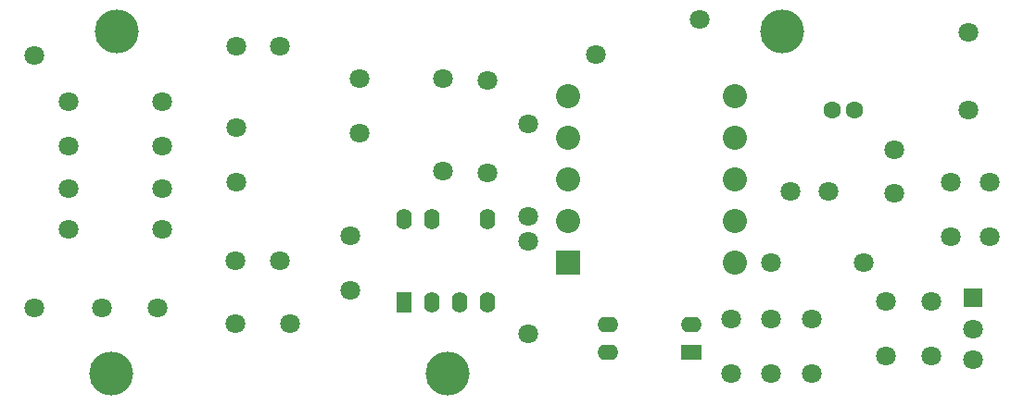
<source format=gbs>
G04 Layer_Color=16711935*
%FSLAX25Y25*%
%MOIN*%
G70*
G01*
G75*
%ADD29R,0.05524X0.07493*%
%ADD30O,0.05524X0.07493*%
%ADD31O,0.07493X0.05524*%
%ADD32R,0.07493X0.05524*%
%ADD33C,0.06312*%
%ADD34C,0.07099*%
%ADD35C,0.08674*%
%ADD36R,0.08674X0.08674*%
%ADD37C,0.15761*%
%ADD38R,0.07099X0.07099*%
D29*
X151768Y36894D02*
D03*
D30*
X161768D02*
D03*
X171768D02*
D03*
X181768D02*
D03*
X151768Y66894D02*
D03*
X161768D02*
D03*
X181768D02*
D03*
D31*
X225118Y28898D02*
D03*
Y18898D02*
D03*
X255118Y28898D02*
D03*
D32*
Y18898D02*
D03*
D33*
X305894Y106394D02*
D03*
X313768D02*
D03*
D34*
X290768Y76894D02*
D03*
X304547D02*
D03*
X91339Y100000D02*
D03*
Y80315D02*
D03*
X135768Y117579D02*
D03*
Y97894D02*
D03*
X132382Y41240D02*
D03*
Y60925D02*
D03*
X325197Y37402D02*
D03*
Y17717D02*
D03*
X341339Y37402D02*
D03*
Y17717D02*
D03*
X106988Y51968D02*
D03*
X91240D02*
D03*
X107087Y129528D02*
D03*
X91339D02*
D03*
X62953Y34894D02*
D03*
X43268D02*
D03*
X64665Y78051D02*
D03*
X31201D02*
D03*
Y63386D02*
D03*
X64665D02*
D03*
Y93405D02*
D03*
X31201D02*
D03*
Y109350D02*
D03*
X64665D02*
D03*
X181768Y117205D02*
D03*
Y83740D02*
D03*
X317232Y51394D02*
D03*
X283768D02*
D03*
X165748Y84252D02*
D03*
Y117717D02*
D03*
X328268Y92142D02*
D03*
Y76394D02*
D03*
X18768Y34894D02*
D03*
Y125894D02*
D03*
X354724Y106299D02*
D03*
Y134252D02*
D03*
X356299Y16535D02*
D03*
Y27559D02*
D03*
X220866Y126378D02*
D03*
X258268Y138976D02*
D03*
X110925Y29429D02*
D03*
X91240D02*
D03*
X283858Y11417D02*
D03*
Y31102D02*
D03*
X298425Y11417D02*
D03*
Y31102D02*
D03*
X269291Y11417D02*
D03*
Y31102D02*
D03*
X348425Y80315D02*
D03*
Y60630D02*
D03*
X362598D02*
D03*
Y80315D02*
D03*
X196457Y25591D02*
D03*
Y59055D02*
D03*
X196358Y67913D02*
D03*
Y101378D02*
D03*
D35*
X210728Y111276D02*
D03*
Y96315D02*
D03*
Y81354D02*
D03*
Y66394D02*
D03*
X270768Y111276D02*
D03*
Y96315D02*
D03*
Y81354D02*
D03*
Y66394D02*
D03*
Y51433D02*
D03*
D36*
X210728D02*
D03*
D37*
X46457Y11417D02*
D03*
X48425Y134646D02*
D03*
X167323Y11417D02*
D03*
X287795Y134646D02*
D03*
D38*
X356299Y38583D02*
D03*
M02*

</source>
